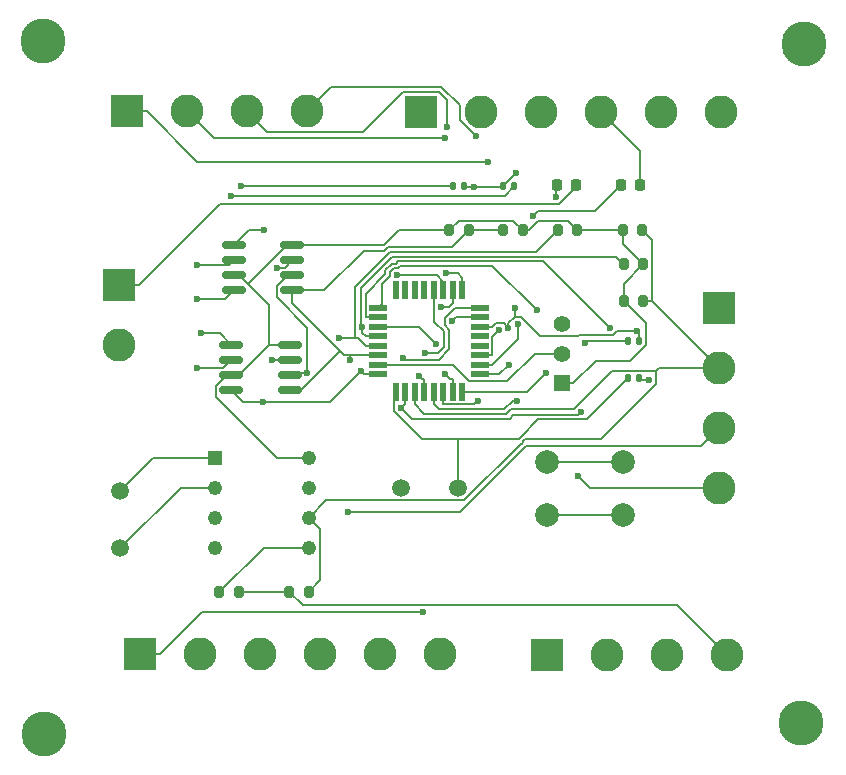
<source format=gbr>
%TF.GenerationSoftware,KiCad,Pcbnew,8.0.7*%
%TF.CreationDate,2025-04-18T15:45:10+02:00*%
%TF.ProjectId,DataLogger,44617461-4c6f-4676-9765-722e6b696361,V1.0*%
%TF.SameCoordinates,Original*%
%TF.FileFunction,Copper,L1,Top*%
%TF.FilePolarity,Positive*%
%FSLAX46Y46*%
G04 Gerber Fmt 4.6, Leading zero omitted, Abs format (unit mm)*
G04 Created by KiCad (PCBNEW 8.0.7) date 2025-04-18 15:45:10*
%MOMM*%
%LPD*%
G01*
G04 APERTURE LIST*
G04 Aperture macros list*
%AMRoundRect*
0 Rectangle with rounded corners*
0 $1 Rounding radius*
0 $2 $3 $4 $5 $6 $7 $8 $9 X,Y pos of 4 corners*
0 Add a 4 corners polygon primitive as box body*
4,1,4,$2,$3,$4,$5,$6,$7,$8,$9,$2,$3,0*
0 Add four circle primitives for the rounded corners*
1,1,$1+$1,$2,$3*
1,1,$1+$1,$4,$5*
1,1,$1+$1,$6,$7*
1,1,$1+$1,$8,$9*
0 Add four rect primitives between the rounded corners*
20,1,$1+$1,$2,$3,$4,$5,0*
20,1,$1+$1,$4,$5,$6,$7,0*
20,1,$1+$1,$6,$7,$8,$9,0*
20,1,$1+$1,$8,$9,$2,$3,0*%
G04 Aperture macros list end*
%TA.AperFunction,SMDPad,CuDef*%
%ADD10RoundRect,0.150000X-0.825000X-0.150000X0.825000X-0.150000X0.825000X0.150000X-0.825000X0.150000X0*%
%TD*%
%TA.AperFunction,ComponentPad*%
%ADD11C,3.800000*%
%TD*%
%TA.AperFunction,ComponentPad*%
%ADD12R,2.800000X2.800000*%
%TD*%
%TA.AperFunction,ComponentPad*%
%ADD13C,2.800000*%
%TD*%
%TA.AperFunction,ComponentPad*%
%ADD14C,1.500000*%
%TD*%
%TA.AperFunction,SMDPad,CuDef*%
%ADD15RoundRect,0.218750X-0.218750X-0.256250X0.218750X-0.256250X0.218750X0.256250X-0.218750X0.256250X0*%
%TD*%
%TA.AperFunction,ComponentPad*%
%ADD16R,1.210000X1.210000*%
%TD*%
%TA.AperFunction,ComponentPad*%
%ADD17C,1.210000*%
%TD*%
%TA.AperFunction,SMDPad,CuDef*%
%ADD18RoundRect,0.140000X-0.140000X-0.170000X0.140000X-0.170000X0.140000X0.170000X-0.140000X0.170000X0*%
%TD*%
%TA.AperFunction,SMDPad,CuDef*%
%ADD19RoundRect,0.200000X0.200000X0.275000X-0.200000X0.275000X-0.200000X-0.275000X0.200000X-0.275000X0*%
%TD*%
%TA.AperFunction,SMDPad,CuDef*%
%ADD20RoundRect,0.200000X-0.200000X-0.275000X0.200000X-0.275000X0.200000X0.275000X-0.200000X0.275000X0*%
%TD*%
%TA.AperFunction,ComponentPad*%
%ADD21C,2.000000*%
%TD*%
%TA.AperFunction,ComponentPad*%
%ADD22R,1.408000X1.408000*%
%TD*%
%TA.AperFunction,ComponentPad*%
%ADD23C,1.408000*%
%TD*%
%TA.AperFunction,SMDPad,CuDef*%
%ADD24R,1.500000X0.550000*%
%TD*%
%TA.AperFunction,SMDPad,CuDef*%
%ADD25R,0.550000X1.500000*%
%TD*%
%TA.AperFunction,ViaPad*%
%ADD26C,0.600000*%
%TD*%
%TA.AperFunction,Conductor*%
%ADD27C,0.200000*%
%TD*%
G04 APERTURE END LIST*
D10*
%TO.P,U4,1,A0*%
%TO.N,GND*%
X137682200Y-104419400D03*
%TO.P,U4,2,A1*%
X137682200Y-105689400D03*
%TO.P,U4,3,A2*%
%TO.N,/VCC*%
X137682200Y-106959400D03*
%TO.P,U4,4,GND*%
%TO.N,GND*%
X137682200Y-108229400D03*
%TO.P,U4,5,SDA*%
%TO.N,/SDA*%
X142632200Y-108229400D03*
%TO.P,U4,6,SCL*%
%TO.N,/SCL*%
X142632200Y-106959400D03*
%TO.P,U4,7,WP*%
%TO.N,GND*%
X142632200Y-105689400D03*
%TO.P,U4,8,VCC*%
%TO.N,/VCC*%
X142632200Y-104419400D03*
%TD*%
D11*
%TO.P,H2,1*%
%TO.N,N/C*%
X185928000Y-136398000D03*
%TD*%
%TO.P,H1,1*%
%TO.N,N/C*%
X186182000Y-78892400D03*
%TD*%
D12*
%TO.P,J4,1,Pin_1*%
%TO.N,Net-(D2-A)*%
X128168400Y-99359800D03*
D13*
%TO.P,J4,2,Pin_2*%
%TO.N,GND*%
X128168400Y-104439800D03*
%TD*%
D12*
%TO.P,J6,1,Pin_1*%
%TO.N,Net-(J6-Pin_1)*%
X128828800Y-84632800D03*
D13*
%TO.P,J6,2,Pin_2*%
%TO.N,Net-(J6-Pin_2)*%
X133908800Y-84632800D03*
%TO.P,J6,3,Pin_3*%
%TO.N,Net-(J6-Pin_3)*%
X138988800Y-84632800D03*
%TO.P,J6,4,Pin_4*%
%TO.N,Net-(J6-Pin_4)*%
X144068800Y-84632800D03*
%TD*%
D12*
%TO.P,J1,1,Pin_1*%
%TO.N,GND*%
X164388800Y-130657600D03*
D13*
%TO.P,J1,2,Pin_2*%
%TO.N,/TX*%
X169468800Y-130657600D03*
%TO.P,J1,3,Pin_3*%
%TO.N,/RX*%
X174548800Y-130657600D03*
%TO.P,J1,4,Pin_4*%
%TO.N,/VCC*%
X179628800Y-130657600D03*
%TD*%
D14*
%TO.P,Y2,1,1*%
%TO.N,/XTAL2*%
X152032800Y-116484400D03*
%TO.P,Y2,2,2*%
%TO.N,/XTAL1*%
X156912800Y-116484400D03*
%TD*%
D15*
%TO.P,D2,1,K*%
%TO.N,Power supply*%
X165277700Y-90830400D03*
%TO.P,D2,2,A*%
%TO.N,Net-(D2-A)*%
X166852700Y-90830400D03*
%TD*%
D16*
%TO.P,U3,1,X1*%
%TO.N,Net-(U3-X1)*%
X136339600Y-113944400D03*
D17*
%TO.P,U3,2,X2*%
%TO.N,Net-(U3-X2)*%
X136339600Y-116484400D03*
%TO.P,U3,3,#INTA*%
%TO.N,/INTA*%
X136339600Y-119024400D03*
%TO.P,U3,4,GND*%
%TO.N,GND*%
X136339600Y-121564400D03*
%TO.P,U3,5,SDA*%
%TO.N,/SDA*%
X144279600Y-121564400D03*
%TO.P,U3,6,SCL*%
%TO.N,/SCL*%
X144279600Y-119024400D03*
%TO.P,U3,7,SQW/#INTB*%
%TO.N,/INTB*%
X144279600Y-116484400D03*
%TO.P,U3,8,VCC*%
%TO.N,/VCC*%
X144279600Y-113944400D03*
%TD*%
D12*
%TO.P,J5,1,Pin_1*%
%TO.N,Net-(J5-Pin_1)*%
X129955700Y-130606800D03*
D13*
%TO.P,J5,2,Pin_2*%
%TO.N,Net-(J5-Pin_2)*%
X135035700Y-130606800D03*
%TO.P,J5,3,Pin_3*%
%TO.N,Net-(J5-Pin_3)*%
X140115700Y-130606800D03*
%TO.P,J5,4,Pin_4*%
%TO.N,Net-(J5-Pin_4)*%
X145195700Y-130606800D03*
%TO.P,J5,5,Pin_5*%
%TO.N,Net-(J5-Pin_5)*%
X150275700Y-130606800D03*
%TO.P,J5,6,Pin_6*%
%TO.N,Net-(J5-Pin_6)*%
X155355700Y-130606800D03*
%TD*%
D12*
%TO.P,J3,1,Pin_1*%
%TO.N,GND*%
X179019200Y-101295200D03*
D13*
%TO.P,J3,2,Pin_2*%
%TO.N,/SCL*%
X179019200Y-106375200D03*
%TO.P,J3,3,Pin_3*%
%TO.N,/SDA*%
X179019200Y-111455200D03*
%TO.P,J3,4,Pin_4*%
%TO.N,/VCC*%
X179019200Y-116535200D03*
%TD*%
D18*
%TO.P,C4,1*%
%TO.N,GND*%
X160708400Y-90982800D03*
%TO.P,C4,2*%
%TO.N,Net-(U3-X1)*%
X161668400Y-90982800D03*
%TD*%
D19*
%TO.P,R1,1*%
%TO.N,/VCC*%
X162369000Y-94691200D03*
%TO.P,R1,2*%
%TO.N,/SDA*%
X160719000Y-94691200D03*
%TD*%
D11*
%TO.P,H3,1*%
%TO.N,N/C*%
X121716800Y-78689200D03*
%TD*%
D10*
%TO.P,U2,1,A0*%
%TO.N,GND*%
X137885400Y-95986600D03*
%TO.P,U2,2,A1*%
X137885400Y-97256600D03*
%TO.P,U2,3,A2*%
%TO.N,/VCC*%
X137885400Y-98526600D03*
%TO.P,U2,4,GND*%
%TO.N,GND*%
X137885400Y-99796600D03*
%TO.P,U2,5,SDA*%
%TO.N,/SDA*%
X142835400Y-99796600D03*
%TO.P,U2,6,SCL*%
%TO.N,/SCL*%
X142835400Y-98526600D03*
%TO.P,U2,7,WP*%
%TO.N,GND*%
X142835400Y-97256600D03*
%TO.P,U2,8,VCC*%
%TO.N,/VCC*%
X142835400Y-95986600D03*
%TD*%
D20*
%TO.P,R6,1*%
%TO.N,/SDA*%
X136690600Y-125323600D03*
%TO.P,R6,2*%
%TO.N,/VCC*%
X138340600Y-125323600D03*
%TD*%
%TO.P,R5,1*%
%TO.N,/VCC*%
X142583400Y-125323600D03*
%TO.P,R5,2*%
%TO.N,/SCL*%
X144233400Y-125323600D03*
%TD*%
D18*
%TO.P,C1,1*%
%TO.N,/XTAL1*%
X171274800Y-107238800D03*
%TO.P,C1,2*%
%TO.N,GND*%
X172234800Y-107238800D03*
%TD*%
D19*
%TO.P,R2,1*%
%TO.N,/SCL*%
X172478200Y-94691200D03*
%TO.P,R2,2*%
%TO.N,/VCC*%
X170828200Y-94691200D03*
%TD*%
D11*
%TO.P,H4,1*%
%TO.N,N/C*%
X121818400Y-137363200D03*
%TD*%
D12*
%TO.P,J2,1,Pin_1*%
%TO.N,VCC*%
X153771600Y-84683600D03*
D13*
%TO.P,J2,2,Pin_2*%
%TO.N,MOSI*%
X158851600Y-84683600D03*
%TO.P,J2,3,Pin_3*%
%TO.N,MISO*%
X163931600Y-84683600D03*
%TO.P,J2,4,Pin_4*%
%TO.N,Net-(D1-A)*%
X169011600Y-84683600D03*
%TO.P,J2,5,Pin_5*%
%TO.N,NSS*%
X174091600Y-84683600D03*
%TO.P,J2,6,Pin_6*%
%TO.N,GND*%
X179171600Y-84683600D03*
%TD*%
D18*
%TO.P,C3,1*%
%TO.N,Net-(U3-X2)*%
X156441200Y-90982800D03*
%TO.P,C3,2*%
%TO.N,GND*%
X157401200Y-90982800D03*
%TD*%
D19*
%TO.P,R4,1*%
%TO.N,/SCL*%
X172579800Y-100685600D03*
%TO.P,R4,2*%
%TO.N,/VCC*%
X170929800Y-100685600D03*
%TD*%
D21*
%TO.P,SW1,1,1*%
%TO.N,/RESET*%
X164390000Y-114336000D03*
X170890000Y-114336000D03*
%TO.P,SW1,2,2*%
%TO.N,GND*%
X164390000Y-118836000D03*
X170890000Y-118836000D03*
%TD*%
D15*
%TO.P,D1,1,K*%
%TO.N,SCK*%
X170713300Y-90830400D03*
%TO.P,D1,2,A*%
%TO.N,Net-(D1-A)*%
X172288300Y-90830400D03*
%TD*%
D20*
%TO.P,R8,1*%
%TO.N,/INTB*%
X165341800Y-94691200D03*
%TO.P,R8,2*%
%TO.N,/VCC*%
X166991800Y-94691200D03*
%TD*%
D18*
%TO.P,C2,1*%
%TO.N,/XTAL2*%
X171274800Y-104038400D03*
%TO.P,C2,2*%
%TO.N,GND*%
X172234800Y-104038400D03*
%TD*%
D20*
%TO.P,R3,1*%
%TO.N,/VCC*%
X156147000Y-94691200D03*
%TO.P,R3,2*%
%TO.N,/SDA*%
X157797000Y-94691200D03*
%TD*%
D22*
%TO.P,SW2,1,A*%
%TO.N,/VCC*%
X165658800Y-107656000D03*
D23*
%TO.P,SW2,2,B*%
%TO.N,+5V*%
X165658800Y-105156000D03*
%TO.P,SW2,3,C*%
%TO.N,Power supply*%
X165658800Y-102656000D03*
%TD*%
D14*
%TO.P,Y1,1,1*%
%TO.N,Net-(U3-X2)*%
X128270000Y-121626800D03*
%TO.P,Y1,2,2*%
%TO.N,Net-(U3-X1)*%
X128270000Y-116746800D03*
%TD*%
D19*
%TO.P,R7,1*%
%TO.N,/VCC*%
X172579800Y-97586800D03*
%TO.P,R7,2*%
%TO.N,/INTA*%
X170929800Y-97586800D03*
%TD*%
D24*
%TO.P,U1,1,~{RESET}/PC6*%
%TO.N,/RESET*%
X150132000Y-101289200D03*
%TO.P,U1,2,PD0*%
%TO.N,/RX*%
X150132000Y-102089200D03*
%TO.P,U1,3,PD1*%
%TO.N,/TX*%
X150132000Y-102889200D03*
%TO.P,U1,4,PD2*%
%TO.N,/INTA*%
X150132000Y-103689200D03*
%TO.P,U1,5,PD3*%
%TO.N,/INTB*%
X150132000Y-104489200D03*
%TO.P,U1,6,PD4*%
%TO.N,/SDA*%
X150132000Y-105289200D03*
%TO.P,U1,7,VCC*%
%TO.N,+5V*%
X150132000Y-106089200D03*
%TO.P,U1,8,GND*%
%TO.N,GND*%
X150132000Y-106889200D03*
D25*
%TO.P,U1,9,XTAL1/PB6*%
%TO.N,/XTAL1*%
X151632000Y-108389200D03*
%TO.P,U1,10,XTAL2/PB7*%
%TO.N,/XTAL2*%
X152432000Y-108389200D03*
%TO.P,U1,11,PD5*%
%TO.N,/SCL*%
X153232000Y-108389200D03*
%TO.P,U1,12,PD6*%
%TO.N,Net-(J6-Pin_2)*%
X154032000Y-108389200D03*
%TO.P,U1,13,PD7*%
%TO.N,Net-(J6-Pin_1)*%
X154832000Y-108389200D03*
%TO.P,U1,14,PB0*%
%TO.N,Net-(J6-Pin_4)*%
X155632000Y-108389200D03*
%TO.P,U1,15,PB1*%
%TO.N,Net-(J6-Pin_3)*%
X156432000Y-108389200D03*
%TO.P,U1,16,PB2*%
%TO.N,NSS*%
X157232000Y-108389200D03*
D24*
%TO.P,U1,17,PB3*%
%TO.N,MOSI*%
X158732000Y-106889200D03*
%TO.P,U1,18,PB4*%
%TO.N,MISO*%
X158732000Y-106089200D03*
%TO.P,U1,19,PB5*%
%TO.N,SCK*%
X158732000Y-105289200D03*
%TO.P,U1,20,AVCC*%
%TO.N,unconnected-(U1-AVCC-Pad20)*%
X158732000Y-104489200D03*
%TO.P,U1,21,AREF*%
%TO.N,unconnected-(U1-AREF-Pad21)*%
X158732000Y-103689200D03*
%TO.P,U1,22,GND*%
%TO.N,GND*%
X158732000Y-102889200D03*
%TO.P,U1,23,PC0*%
%TO.N,Net-(J5-Pin_6)*%
X158732000Y-102089200D03*
%TO.P,U1,24,PC1*%
%TO.N,Net-(J5-Pin_5)*%
X158732000Y-101289200D03*
D25*
%TO.P,U1,25,PC2*%
%TO.N,Net-(J5-Pin_4)*%
X157232000Y-99789200D03*
%TO.P,U1,26,PC3*%
%TO.N,Net-(J5-Pin_3)*%
X156432000Y-99789200D03*
%TO.P,U1,27,PC4*%
%TO.N,Net-(J5-Pin_2)*%
X155632000Y-99789200D03*
%TO.P,U1,28,PC5*%
%TO.N,Net-(J5-Pin_1)*%
X154832000Y-99789200D03*
%TO.P,U1,29*%
%TO.N,N/C*%
X154032000Y-99789200D03*
%TO.P,U1,30*%
X153232000Y-99789200D03*
%TO.P,U1,31*%
X152432000Y-99789200D03*
%TO.P,U1,32*%
X151632000Y-99789200D03*
%TD*%
D26*
%TO.N,GND*%
X161798000Y-89865200D03*
X134767600Y-97616000D03*
X134767600Y-100524000D03*
X173039100Y-107402200D03*
X140410100Y-109248000D03*
X140492000Y-94688300D03*
X134768800Y-106340000D03*
X141142200Y-105689400D03*
X172064400Y-103205500D03*
X141556800Y-97875800D03*
X135120900Y-103432000D03*
X158215600Y-91023000D03*
X161156800Y-103002600D03*
X161696400Y-101244400D03*
X148668900Y-106591600D03*
%TO.N,/XTAL2*%
X152073300Y-109736900D03*
X167328300Y-110078900D03*
X167614700Y-104207600D03*
%TO.N,Net-(U3-X2)*%
X138515100Y-90988900D03*
%TO.N,Net-(U3-X1)*%
X137698300Y-91800000D03*
%TO.N,SCK*%
X160343000Y-103188300D03*
X163220400Y-93533800D03*
%TO.N,Power supply*%
X165182500Y-91868500D03*
%TO.N,/VCC*%
X167005300Y-115477000D03*
%TO.N,/TX*%
X155041900Y-104367500D03*
%TO.N,/RX*%
X169732500Y-102958200D03*
%TO.N,NSS*%
X164302000Y-106827000D03*
%TO.N,MISO*%
X161960700Y-102620900D03*
%TO.N,MOSI*%
X161204000Y-106083500D03*
%TO.N,/SDA*%
X147761700Y-105673100D03*
X147560900Y-118533400D03*
%TO.N,/SCL*%
X144116300Y-106768500D03*
%TO.N,Net-(J5-Pin_6)*%
X156405900Y-102390900D03*
%TO.N,Net-(J5-Pin_2)*%
X151733500Y-98526700D03*
%TO.N,Net-(J5-Pin_1)*%
X153923300Y-127063300D03*
X154058100Y-105085700D03*
%TO.N,Net-(J5-Pin_5)*%
X152247600Y-105511600D03*
%TO.N,Net-(J5-Pin_3)*%
X155437300Y-101163700D03*
%TO.N,Net-(J5-Pin_4)*%
X155829300Y-98363000D03*
%TO.N,Net-(J6-Pin_2)*%
X153621850Y-107083750D03*
X155747600Y-86930100D03*
%TO.N,Net-(J6-Pin_4)*%
X158592800Y-109120200D03*
X158399000Y-86760800D03*
%TO.N,Net-(J6-Pin_1)*%
X159391700Y-88892000D03*
X161899600Y-109120200D03*
%TO.N,Net-(J6-Pin_3)*%
X155819900Y-106914200D03*
X155958100Y-85984000D03*
%TO.N,/INTA*%
X148801000Y-102860400D03*
%TO.N,/INTB*%
X146846800Y-103788500D03*
%TO.N,/RESET*%
X163549100Y-101495500D03*
%TD*%
D27*
%TO.N,/XTAL1*%
X162028600Y-112369900D02*
X156912800Y-112369900D01*
X167787700Y-110725900D02*
X163672600Y-110725900D01*
X151445300Y-109987600D02*
X153827600Y-112369900D01*
X171274800Y-107238800D02*
X167787700Y-110725900D01*
X163672600Y-110725900D02*
X162194900Y-112203600D01*
X162194900Y-112203600D02*
X162028600Y-112369900D01*
X153827600Y-112369900D02*
X156912800Y-112369900D01*
X151632000Y-108389200D02*
X151445300Y-108575900D01*
X162194900Y-112203600D02*
X162028600Y-112369900D01*
X156912800Y-116484400D02*
X156912800Y-112369900D01*
X151445300Y-108575900D02*
X151445300Y-109987600D01*
%TO.N,GND*%
X134767600Y-100524000D02*
X137158000Y-100524000D01*
X148668900Y-106591600D02*
X146012500Y-109248000D01*
X135120900Y-103432000D02*
X136694800Y-103432000D01*
X137031600Y-106340000D02*
X137682200Y-105689400D01*
X141142200Y-105689400D02*
X142632200Y-105689400D01*
X158732000Y-102889200D02*
X159783700Y-102889200D01*
X157401200Y-90982800D02*
X157441400Y-91023000D01*
X136694800Y-103432000D02*
X137682200Y-104419400D01*
X163858000Y-103660000D02*
X162218900Y-102020900D01*
X139183700Y-94688300D02*
X137885400Y-95986600D01*
X161798000Y-89893200D02*
X160708400Y-90982800D01*
X160086300Y-102586600D02*
X159783700Y-102889200D01*
X161681900Y-101258900D02*
X161696400Y-101244400D01*
X167047329Y-103660000D02*
X163858000Y-103660000D01*
X137158000Y-100524000D02*
X137885400Y-99796600D01*
X148966500Y-106889200D02*
X150132000Y-106889200D01*
X161798000Y-89865200D02*
X161798000Y-89893200D01*
X161156800Y-103002600D02*
X160740800Y-102586600D01*
X172398200Y-107402200D02*
X173039100Y-107402200D01*
X170890000Y-118836000D02*
X164390000Y-118836000D01*
X169981029Y-103558200D02*
X167149129Y-103558200D01*
X146012500Y-109248000D02*
X140410100Y-109248000D01*
X162218900Y-102020900D02*
X161681900Y-102020900D01*
X138700800Y-109248000D02*
X137682200Y-108229400D01*
X148668900Y-106591600D02*
X148966500Y-106889200D01*
X142216200Y-97875800D02*
X142835400Y-97256600D01*
X161156800Y-102546000D02*
X161156800Y-103002600D01*
X134768800Y-106340000D02*
X137031600Y-106340000D01*
X167149129Y-103558200D02*
X167047329Y-103660000D01*
X157441400Y-91023000D02*
X158215600Y-91023000D01*
X134767600Y-97616000D02*
X137526000Y-97616000D01*
X160668200Y-91023000D02*
X160708400Y-90982800D01*
X170333729Y-103205500D02*
X169981029Y-103558200D01*
X172064400Y-103205500D02*
X170333729Y-103205500D01*
X140492000Y-94688300D02*
X139183700Y-94688300D01*
X140410100Y-109248000D02*
X138700800Y-109248000D01*
X158215600Y-91023000D02*
X160668200Y-91023000D01*
X141556800Y-97875800D02*
X142216200Y-97875800D01*
X137526000Y-97616000D02*
X137885400Y-97256600D01*
X161681900Y-102020900D02*
X161681900Y-101258900D01*
X160740800Y-102586600D02*
X160086300Y-102586600D01*
X161681900Y-102020900D02*
X161156800Y-102546000D01*
X172234800Y-107238800D02*
X172398200Y-107402200D01*
X172064400Y-103205500D02*
X172234800Y-103375900D01*
X172234800Y-103375900D02*
X172234800Y-104038400D01*
%TO.N,/XTAL2*%
X167083600Y-110323600D02*
X167328300Y-110078900D01*
X152432000Y-108389200D02*
X152432000Y-109440900D01*
X161252400Y-110653100D02*
X161581900Y-110323600D01*
X167783900Y-104038400D02*
X167614700Y-104207600D01*
X161581900Y-110323600D02*
X167083600Y-110323600D01*
X152073300Y-109736900D02*
X152989500Y-110653100D01*
X152989500Y-110653100D02*
X161252400Y-110653100D01*
X152432000Y-109440900D02*
X152369300Y-109440900D01*
X171274800Y-104038400D02*
X167783900Y-104038400D01*
X152369300Y-109440900D02*
X152073300Y-109736900D01*
%TO.N,Net-(U3-X2)*%
X138515100Y-90988900D02*
X156435100Y-90988900D01*
X133412400Y-116484400D02*
X136339600Y-116484400D01*
X156435100Y-90988900D02*
X156441200Y-90982800D01*
X128270000Y-121626800D02*
X133412400Y-116484400D01*
%TO.N,Net-(U3-X1)*%
X161668400Y-90982800D02*
X160851200Y-91800000D01*
X131072400Y-113944400D02*
X128270000Y-116746800D01*
X160851200Y-91800000D02*
X137698300Y-91800000D01*
X136339600Y-113944400D02*
X131072400Y-113944400D01*
%TO.N,SCK*%
X158732000Y-105289200D02*
X159783700Y-105289200D01*
X163654900Y-93099300D02*
X168444400Y-93099300D01*
X159783700Y-105289200D02*
X159783700Y-103747600D01*
X168444400Y-93099300D02*
X170713300Y-90830400D01*
X159783700Y-103747600D02*
X160343000Y-103188300D01*
X163220400Y-93533800D02*
X163654900Y-93099300D01*
%TO.N,Net-(D1-A)*%
X172288300Y-87960300D02*
X169011600Y-84683600D01*
X172288300Y-90830400D02*
X172288300Y-87960300D01*
%TO.N,Net-(D2-A)*%
X165431700Y-92470200D02*
X166852700Y-91049200D01*
X128168400Y-99359800D02*
X129870100Y-99359800D01*
X166852700Y-91049200D02*
X166852700Y-90830400D01*
X136759700Y-92470200D02*
X165431700Y-92470200D01*
X129870100Y-99359800D02*
X136759700Y-92470200D01*
%TO.N,Power supply*%
X165277700Y-90830400D02*
X165182500Y-90925600D01*
X165182500Y-90925600D02*
X165182500Y-91868500D01*
%TO.N,/VCC*%
X140873300Y-104419400D02*
X138333300Y-106959400D01*
X140873300Y-104419400D02*
X140873300Y-101039300D01*
X142632200Y-104419400D02*
X140873300Y-104419400D01*
X156147000Y-94691200D02*
X151877800Y-94691200D01*
X166214300Y-93913700D02*
X166991800Y-94691200D01*
X170929800Y-100685600D02*
X170929800Y-99236800D01*
X172827400Y-102583200D02*
X172827400Y-104392400D01*
X139124000Y-99289900D02*
X142427300Y-95986600D01*
X172827400Y-104392400D02*
X171452300Y-105767500D01*
X142583400Y-125323600D02*
X138340600Y-125323600D01*
X163691400Y-93913700D02*
X166214300Y-93913700D01*
X162913900Y-94691200D02*
X163691400Y-93913700D01*
X162369000Y-94691200D02*
X162913900Y-94691200D01*
X136404700Y-107892200D02*
X136404700Y-108806900D01*
X170929800Y-100685600D02*
X172827400Y-102583200D01*
X137337500Y-106959400D02*
X136404700Y-107892200D01*
X138333300Y-106959400D02*
X137682200Y-106959400D01*
X150595800Y-95973200D02*
X150582400Y-95986600D01*
X143721400Y-126461600D02*
X142583400Y-125323600D01*
X171452300Y-105767500D02*
X168553000Y-105767500D01*
X141542200Y-113944400D02*
X144279600Y-113944400D01*
X179628800Y-130657600D02*
X175432800Y-126461600D01*
X140873300Y-101039300D02*
X139124000Y-99289900D01*
X168063500Y-116535200D02*
X179019200Y-116535200D01*
X165658800Y-107656000D02*
X166664500Y-107656000D01*
X161558900Y-93881100D02*
X162369000Y-94691200D01*
X139124000Y-99289900D02*
X138360600Y-98526600D01*
X151877800Y-94691200D02*
X150595800Y-95973200D01*
X150582400Y-95986600D02*
X142835400Y-95986600D01*
X175432800Y-126461600D02*
X143721400Y-126461600D01*
X138360600Y-98526600D02*
X137885400Y-98526600D01*
X142427300Y-95986600D02*
X142835400Y-95986600D01*
X137682200Y-106959400D02*
X137337500Y-106959400D01*
X156147000Y-94691200D02*
X156957100Y-93881100D01*
X170929800Y-99236800D02*
X172579800Y-97586800D01*
X136404700Y-108806900D02*
X141542200Y-113944400D01*
X170828200Y-95835200D02*
X170828200Y-94691200D01*
X168553000Y-105767500D02*
X166664500Y-107656000D01*
X156957100Y-93881100D02*
X161558900Y-93881100D01*
X167005300Y-115477000D02*
X168063500Y-116535200D01*
X172579800Y-97586800D02*
X170828200Y-95835200D01*
X170828200Y-94691200D02*
X166991800Y-94691200D01*
X150595800Y-95973200D02*
X150582400Y-95986600D01*
%TO.N,/TX*%
X153563600Y-102889200D02*
X155041900Y-104367500D01*
X150132000Y-102889200D02*
X151183700Y-102889200D01*
X151183700Y-102889200D02*
X153563600Y-102889200D01*
%TO.N,/RX*%
X149080300Y-102089200D02*
X149080300Y-100091700D01*
X149080300Y-100091700D02*
X150729900Y-98442100D01*
X151648900Y-97523100D02*
X151827400Y-97344600D01*
X151317900Y-97523100D02*
X151648900Y-97523100D01*
X150729900Y-98442100D02*
X150729900Y-98111100D01*
X151827400Y-97344600D02*
X164118900Y-97344600D01*
X150132000Y-102089200D02*
X149080300Y-102089200D01*
X164118900Y-97344600D02*
X169732500Y-102958200D01*
X150729900Y-98111100D02*
X151317900Y-97523100D01*
%TO.N,NSS*%
X162739800Y-108389200D02*
X157232000Y-108389200D01*
X164302000Y-106827000D02*
X162739800Y-108389200D01*
%TO.N,MISO*%
X158732000Y-106089200D02*
X159783700Y-106089200D01*
X159783700Y-106089200D02*
X161960700Y-103912200D01*
X161960700Y-103912200D02*
X161960700Y-102620900D01*
%TO.N,MOSI*%
X160398300Y-106889200D02*
X158732000Y-106889200D01*
X161204000Y-106083500D02*
X160398300Y-106889200D01*
%TO.N,/SDA*%
X150997500Y-96139500D02*
X150658300Y-96478700D01*
X150658300Y-96478700D02*
X148895300Y-96478700D01*
X147560900Y-118533400D02*
X157085100Y-118533400D01*
X147761700Y-105289200D02*
X147761700Y-105673100D01*
X144279600Y-121564400D02*
X140449800Y-121564400D01*
X162647000Y-112971500D02*
X177502900Y-112971500D01*
X157797000Y-94691200D02*
X156348700Y-96139500D01*
X148895300Y-96478700D02*
X145577400Y-99796600D01*
X156348700Y-96139500D02*
X150997500Y-96139500D01*
X157085100Y-118533400D02*
X162647000Y-112971500D01*
X142835400Y-100900700D02*
X142835400Y-99796600D01*
X160719000Y-94691200D02*
X157797000Y-94691200D01*
X146862700Y-104927900D02*
X143561200Y-108229400D01*
X145577400Y-99796600D02*
X142835400Y-99796600D01*
X150132000Y-105289200D02*
X147761700Y-105289200D01*
X147223900Y-105289200D02*
X146862700Y-104927900D01*
X146862700Y-104927900D02*
X142835400Y-100900700D01*
X147761700Y-105289200D02*
X147223900Y-105289200D01*
X140449800Y-121564400D02*
X136690600Y-125323600D01*
X143561200Y-108229400D02*
X142632200Y-108229400D01*
X177502900Y-112971500D02*
X179019200Y-111455200D01*
%TO.N,/SCL*%
X179019200Y-106375200D02*
X173908000Y-106375200D01*
X173683800Y-107683100D02*
X168997000Y-112369900D01*
X144116300Y-102949200D02*
X141545700Y-100378600D01*
X141545700Y-99464300D02*
X142483400Y-98526600D01*
X144116300Y-106768500D02*
X142823100Y-106768500D01*
X145725600Y-117578400D02*
X144279600Y-119024400D01*
X162196400Y-112770100D02*
X157388100Y-117578400D01*
X160990500Y-110251400D02*
X154042500Y-110251400D01*
X162396600Y-112569900D02*
X162396600Y-112653900D01*
X166705200Y-109851200D02*
X161390700Y-109851200D01*
X172478200Y-94691200D02*
X173329600Y-95542600D01*
X162396600Y-112653900D02*
X162280400Y-112770100D01*
X169957000Y-106599400D02*
X166705200Y-109851200D01*
X154042500Y-110251400D02*
X153232000Y-109440900D01*
X173683800Y-106599400D02*
X173683800Y-107683100D01*
X173683800Y-106599400D02*
X169957000Y-106599400D01*
X157388100Y-117578400D02*
X145725600Y-117578400D01*
X141545700Y-100378600D02*
X141545700Y-99464300D01*
X153232000Y-108389200D02*
X153232000Y-109440900D01*
X145239400Y-119984200D02*
X145239400Y-124317600D01*
X168997000Y-112369900D02*
X162596600Y-112369900D01*
X179019200Y-106375200D02*
X173329600Y-100685600D01*
X142483400Y-98526600D02*
X142835400Y-98526600D01*
X162596600Y-112369900D02*
X162396600Y-112569900D01*
X144279600Y-119024400D02*
X145239400Y-119984200D01*
X162280400Y-112770100D02*
X162196400Y-112770100D01*
X145239400Y-124317600D02*
X144233400Y-125323600D01*
X142823100Y-106768500D02*
X142632200Y-106959400D01*
X173329600Y-95542600D02*
X173329600Y-100685600D01*
X173329600Y-100685600D02*
X172579800Y-100685600D01*
X144116300Y-106768500D02*
X144116300Y-102949200D01*
X161390700Y-109851200D02*
X160990500Y-110251400D01*
X173908000Y-106375200D02*
X173683800Y-106599400D01*
%TO.N,Net-(J5-Pin_6)*%
X156405900Y-102390900D02*
X156707600Y-102089200D01*
X156707600Y-102089200D02*
X158732000Y-102089200D01*
%TO.N,Net-(J5-Pin_2)*%
X151733500Y-98526700D02*
X155111800Y-98526700D01*
X155632000Y-99046900D02*
X155632000Y-99789200D01*
X155111800Y-98526700D02*
X155632000Y-99046900D01*
%TO.N,Net-(J5-Pin_1)*%
X135200900Y-127063300D02*
X131657400Y-130606800D01*
X129955700Y-130606800D02*
X131657400Y-130606800D01*
X154832000Y-99789200D02*
X154832000Y-102436300D01*
X155668000Y-104629000D02*
X155211300Y-105085700D01*
X155668000Y-103272300D02*
X155668000Y-104629000D01*
X153923300Y-127063300D02*
X135200900Y-127063300D01*
X154832000Y-102436300D02*
X155668000Y-103272300D01*
X155211300Y-105085700D02*
X154058100Y-105085700D01*
%TO.N,Net-(J5-Pin_5)*%
X152247600Y-105511600D02*
X152423500Y-105687500D01*
X155781100Y-102140700D02*
X156632600Y-101289200D01*
X152423500Y-105687500D02*
X155243600Y-105687500D01*
X156155400Y-104775700D02*
X156155400Y-103134700D01*
X156632600Y-101289200D02*
X158732000Y-101289200D01*
X155781100Y-102760400D02*
X155781100Y-102140700D01*
X156155400Y-103134700D02*
X155781100Y-102760400D01*
X155243600Y-105687500D02*
X156155400Y-104775700D01*
%TO.N,Net-(J5-Pin_3)*%
X155437300Y-101163700D02*
X156109200Y-101163700D01*
X156109200Y-101163700D02*
X156432000Y-100840900D01*
X156432000Y-99789200D02*
X156432000Y-100840900D01*
%TO.N,Net-(J5-Pin_4)*%
X156857500Y-98363000D02*
X157232000Y-98737500D01*
X157232000Y-99789200D02*
X157232000Y-98737500D01*
X155829300Y-98363000D02*
X156857500Y-98363000D01*
%TO.N,Net-(J6-Pin_2)*%
X153875600Y-107337500D02*
X154032000Y-107337500D01*
X136206100Y-86930100D02*
X133908800Y-84632800D01*
X153621850Y-107083750D02*
X153875600Y-107337500D01*
X155747600Y-86930100D02*
X136206100Y-86930100D01*
X154032000Y-107337500D02*
X154032000Y-108389200D01*
%TO.N,Net-(J6-Pin_4)*%
X158592800Y-109120200D02*
X158272100Y-109440900D01*
X155457300Y-82558400D02*
X157020700Y-84121800D01*
X157020700Y-84121800D02*
X157020700Y-85382500D01*
X157020700Y-85382500D02*
X158399000Y-86760800D01*
X144068800Y-84632800D02*
X146143200Y-82558400D01*
X146143200Y-82558400D02*
X155457300Y-82558400D01*
X158272100Y-109440900D02*
X155632000Y-109440900D01*
X155632000Y-108389200D02*
X155632000Y-109440900D01*
%TO.N,Net-(J6-Pin_1)*%
X161899600Y-109120200D02*
X161544300Y-109120200D01*
X128828800Y-84632800D02*
X130530500Y-84632800D01*
X160814800Y-109849700D02*
X155240800Y-109849700D01*
X161544300Y-109120200D02*
X160814800Y-109849700D01*
X154832000Y-109440900D02*
X154832000Y-108389200D01*
X155240800Y-109849700D02*
X154832000Y-109440900D01*
X130530500Y-84632800D02*
X134789700Y-88892000D01*
X134789700Y-88892000D02*
X159391700Y-88892000D01*
%TO.N,Net-(J6-Pin_3)*%
X140739800Y-86383800D02*
X138988800Y-84632800D01*
X155296600Y-82981900D02*
X152246600Y-82981900D01*
X156432000Y-108389200D02*
X156432000Y-107337500D01*
X155958100Y-85984000D02*
X155958100Y-83643400D01*
X155819900Y-106914200D02*
X156243200Y-107337500D01*
X148844700Y-86383800D02*
X140739800Y-86383800D01*
X156243200Y-107337500D02*
X156432000Y-107337500D01*
X152246600Y-82981900D02*
X148844700Y-86383800D01*
X155958100Y-83643400D02*
X155296600Y-82981900D01*
%TO.N,/INTA*%
X150132000Y-103689200D02*
X149080300Y-103689200D01*
X148801000Y-103409900D02*
X148801000Y-102860400D01*
X149080300Y-103689200D02*
X148801000Y-103409900D01*
X170929800Y-97586800D02*
X170285900Y-96942900D01*
X151330100Y-96942900D02*
X148678600Y-99594400D01*
X170285900Y-96942900D02*
X151330100Y-96942900D01*
X148678600Y-99594400D02*
X148678600Y-102738000D01*
X148678600Y-102738000D02*
X148801000Y-102860400D01*
%TO.N,/INTB*%
X148379600Y-103788500D02*
X149080300Y-104489200D01*
X150132000Y-104489200D02*
X149080300Y-104489200D01*
X146846800Y-103788500D02*
X148199300Y-103788500D01*
X148199300Y-103788500D02*
X148379600Y-103788500D01*
X165341800Y-94691200D02*
X163491800Y-96541200D01*
X163491800Y-96541200D02*
X151163800Y-96541200D01*
X148199300Y-99505700D02*
X148199300Y-103788500D01*
X151163800Y-96541200D02*
X148199300Y-99505700D01*
%TO.N,/RESET*%
X164390000Y-114336000D02*
X170890000Y-114336000D01*
X151484200Y-97924800D02*
X151815200Y-97924800D01*
X150475900Y-100945300D02*
X150475900Y-99264100D01*
X151131600Y-98277400D02*
X151484200Y-97924800D01*
X151993700Y-97746300D02*
X159799900Y-97746300D01*
X150475900Y-99264100D02*
X151131600Y-98608400D01*
X159799900Y-97746300D02*
X163549100Y-101495500D01*
X150132000Y-101289200D02*
X150475900Y-100945300D01*
X151131600Y-98608400D02*
X151131600Y-98277400D01*
X151815200Y-97924800D02*
X151993700Y-97746300D01*
%TO.N,+5V*%
X150132000Y-106089200D02*
X151976671Y-106089200D01*
X161066700Y-107465900D02*
X163376600Y-105156000D01*
X151976671Y-106089200D02*
X151999071Y-106111600D01*
X156432000Y-106089200D02*
X157808700Y-107465900D01*
X152518529Y-106089200D02*
X156432000Y-106089200D01*
X163376600Y-105156000D02*
X165658800Y-105156000D01*
X151999071Y-106111600D02*
X152496129Y-106111600D01*
X157808700Y-107465900D02*
X161066700Y-107465900D01*
X152496129Y-106111600D02*
X152518529Y-106089200D01*
%TD*%
M02*

</source>
